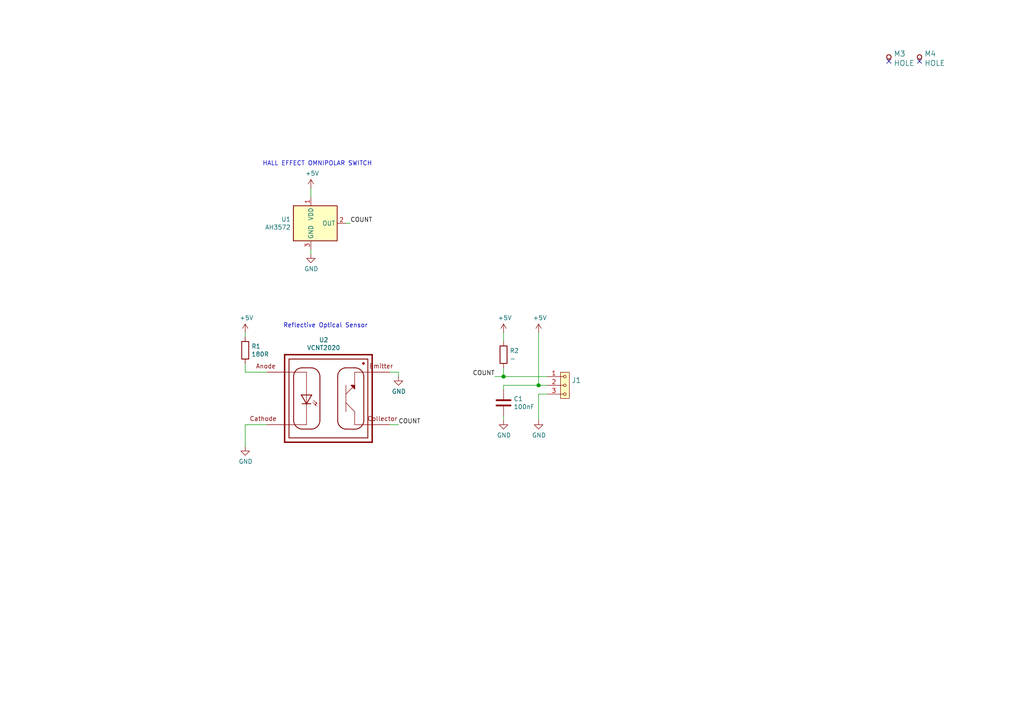
<source format=kicad_sch>
(kicad_sch (version 20201015) (generator eeschema)
  (page 1 1)
  (paper "A4")
  (lib_symbols
    (symbol "Device:C" (pin_numbers hide) (pin_names (offset 0.254))
      (property "Reference" "C" (at 0.635 2.54 0))
      (property "Value" "C" (at 0.635 -2.54 0))
      (symbol "C_0_1"
        (polyline (pts (xy -2.032 -0.762) (xy 2.032 -0.762)) (stroke (width 0.508)))
        (polyline (pts (xy -2.032 0.762) (xy 2.032 0.762)) (stroke (width 0.508)))
      )
      (symbol "C_1_1"
        (pin passive line (at 0 3.81 270) (length 2.794) (name "~") (number "1"))
        (pin passive line (at 0 -3.81 90) (length 2.794) (name "~") (number "2"))
      )
    )
    (symbol "Device:R" (pin_numbers hide) (pin_names (offset 0))
      (property "Reference" "R" (at 2.032 0 90))
      (property "Value" "R" (at 0 0 90))
      (symbol "R_0_1"
        (rectangle (start -1.016 -2.54) (end 1.016 2.54) (stroke (width 0.254)))
      )
      (symbol "R_1_1"
        (pin passive line (at 0 3.81 270) (length 1.27) (name "~") (number "1"))
        (pin passive line (at 0 -3.81 90) (length 1.27) (name "~") (number "2"))
      )
    )
    (symbol "MLAB_HEADER:HEADER_1x03" (pin_names (offset 1.016))
      (property "Reference" "J" (at 0 -5.08 0))
      (property "Value" "HEADER_1x03" (at 0 5.08 0))
      (symbol "HEADER_1x03_0_1"
        (circle (center 0 2.54) (radius 0.381))
        (circle (center 0 0) (radius 0.381))
        (circle (center 0 -2.54) (radius 0.381))
        (rectangle (start -1.27 3.81) (end 1.27 -3.81) (fill (type background)))
        (polyline (pts (xy -1.27 2.54) (xy -0.381 2.54)))
        (polyline (pts (xy -1.27 0) (xy -0.381 0)))
        (polyline (pts (xy -1.27 -2.54) (xy -0.381 -2.54)))
      )
      (symbol "HEADER_1x03_1_1"
        (pin input line (at -5.08 2.54 0) (length 3.81) (name "~") (number "1"))
        (pin input line (at -5.08 0 0) (length 3.81) (name "~") (number "2"))
        (pin input line (at -5.08 -2.54 0) (length 3.81) (name "~") (number "3"))
      )
    )
    (symbol "MLAB_IO:AH3572"
      (property "Reference" "U" (at 8.89 6.35 0))
      (property "Value" "AH3572" (at 8.89 3.81 0))
      (symbol "AH3572_0_1"
        (rectangle (start -5.08 5.08) (end 7.62 -5.08) (stroke (width 0.254)) (fill (type background)))
      )
      (symbol "AH3572_1_1"
        (pin power_in line (at 0 7.62 270) (length 2.54) (name "VDD") (number "1"))
        (pin output line (at 10.16 0 180) (length 2.54) (name "OUT") (number "2"))
        (pin power_in line (at 0 -7.62 90) (length 2.54) (name "GND") (number "3"))
      )
    )
    (symbol "MLAB_IO:VCNT2020" (pin_numbers hide) (pin_names (offset 1.016) hide)
      (property "Reference" "U" (at -12.7 13.462 0))
      (property "Value" "VCNT2020" (at -12.7 -15.24 0))
      (symbol "VCNT2020_0_0"
        (arc (start -10.2616 6.35) (end -7.6454 8.89) (radius (at -7.6962 6.3246) (length 2.5654) (angles 179 89)) (stroke (width 0.254)))
        (arc (start -5.0292 8.89) (end -2.6924 6.3246) (radius (at -5.1562 6.4262) (length 2.4638) (angles 87 -3)) (stroke (width 0.254)))
        (arc (start -2.6924 -6.3754) (end -5.2324 -8.89) (radius (at -5.207 -6.3754) (length 2.5146) (angles 0 -90)) (stroke (width 0.254)))
        (arc (start -7.6454 -8.9154) (end -10.2616 -6.35) (radius (at -7.6708 -6.3246) (length 2.5908) (angles -90 180)) (stroke (width 0.254)))
        (arc (start 2.4638 6.3754) (end 5.08 8.89) (radius (at 5.0292 6.3246) (length 2.5654) (angles 179 89)) (stroke (width 0.254)))
        (arc (start 7.62 8.89) (end 10.0838 6.4262) (radius (at 7.62 6.4262) (length 2.4638) (angles 90 0)) (stroke (width 0.254)))
        (arc (start 10.0838 -6.2738) (end 7.5438 -8.89) (radius (at 7.5184 -6.3246) (length 2.5654) (angles 1 -89)) (stroke (width 0.254)))
        (arc (start 4.9022 -8.89) (end 2.4638 -6.3246) (radius (at 4.9784 -6.3754) (length 2.5146) (angles -92 178)) (stroke (width 0.254)))
        (circle (center -10.16 10.16) (radius 0.254) (stroke (width 0.254)))
        (circle (center -10.16 10.16) (radius 0.127) (stroke (width 0.254)))
        (text "Emitter" (at -18.796 8.636 0) (effects (font (size 1.27 1.27)) (justify left bottom)))
        (text "Collector" (at -20.066 -6.604 0) (effects (font (size 1.27 1.27)) (justify left bottom)))
        (text "Cathode" (at 14.986 -6.604 0) (effects (font (size 1.27 1.27)) (justify left bottom)))
        (text "Anode" (at 15.24 8.636 0) (effects (font (size 1.27 1.27)) (justify left bottom)))
        (polyline (pts (xy -12.7 12.7) (xy 12.7 12.7)) (stroke (width 0.4064)))
        (polyline (pts (xy 12.7 12.7) (xy 12.7 7.62)) (stroke (width 0.4064)))
        (polyline (pts (xy 12.7 7.62) (xy 12.7 -7.62)) (stroke (width 0.4064)))
        (polyline (pts (xy 12.7 -7.62) (xy 12.7 -12.7)) (stroke (width 0.4064)))
        (polyline (pts (xy 12.7 -12.7) (xy -12.7 -12.7)) (stroke (width 0.4064)))
        (polyline (pts (xy -12.7 -12.7) (xy -12.7 -7.62)) (stroke (width 0.4064)))
        (polyline (pts (xy -12.7 -7.62) (xy -12.7 7.62)) (stroke (width 0.4064)))
        (polyline (pts (xy -12.7 7.62) (xy -12.7 12.7)) (stroke (width 0.4064)))
        (polyline (pts (xy -11.43 11.43) (xy -11.43 7.62)) (stroke (width 0.254)))
        (polyline (pts (xy -11.43 7.62) (xy -11.43 -7.62)) (stroke (width 0.254)))
        (polyline (pts (xy -11.43 -7.62) (xy -11.43 -11.43)) (stroke (width 0.254)))
        (polyline (pts (xy -11.43 -11.43) (xy 11.43 -11.43)) (stroke (width 0.254)))
        (polyline (pts (xy 11.43 -11.43) (xy 11.43 -7.62)) (stroke (width 0.254)))
        (polyline (pts (xy 11.43 -7.62) (xy 11.43 7.62)) (stroke (width 0.254)))
        (polyline (pts (xy 11.43 7.62) (xy 11.43 11.43)) (stroke (width 0.254)))
        (polyline (pts (xy 11.43 11.43) (xy -11.43 11.43)) (stroke (width 0.254)))
        (polyline (pts (xy 6.35 -1.524) (xy 5.08 -1.524)) (stroke (width 0.254)))
        (polyline (pts (xy 6.35 -1.524) (xy 7.62 -1.524)) (stroke (width 0.254)))
        (polyline (pts (xy 6.35 -1.524) (xy 7.874 1.016)) (stroke (width 0.254)))
        (polyline (pts (xy 7.874 1.016) (xy 4.826 1.016)) (stroke (width 0.254)))
        (polyline (pts (xy 4.826 1.016) (xy 6.35 -1.524)) (stroke (width 0.254)))
        (polyline (pts (xy 4.318 -0.508) (xy 3.302 -1.524)) (stroke (width 0.127)))
        (polyline (pts (xy 3.302 -1.524) (xy 3.4544 -1.1684)) (stroke (width 0.127)))
        (polyline (pts (xy 3.4544 -1.1684) (xy 3.683 -1.3716)) (stroke (width 0.127)))
        (polyline (pts (xy 3.683 -1.3716) (xy 3.302 -1.524)) (stroke (width 0.127)))
        (polyline (pts (xy 4.572 -1.016) (xy 3.556 -2.032)) (stroke (width 0.127)))
        (polyline (pts (xy 3.556 -2.032) (xy 3.7084 -1.6764)) (stroke (width 0.127)))
        (polyline (pts (xy 3.7084 -1.6764) (xy 3.937 -1.8796)) (stroke (width 0.127)))
        (polyline (pts (xy 3.937 -1.8796) (xy 3.556 -2.032)) (stroke (width 0.127)))
        (polyline (pts (xy -7.62 3.81) (xy -5.08 1.27)) (stroke (width 0.1524)))
        (polyline (pts (xy -5.08 1.27) (xy -5.08 3.81)) (stroke (width 0.1524)))
        (polyline (pts (xy -5.08 1.27) (xy -5.08 -1.27)) (stroke (width 0.1524)))
        (polyline (pts (xy -5.08 -3.81) (xy -5.08 -1.27)) (stroke (width 0.1524)))
        (polyline (pts (xy -5.08 -1.27) (xy -7.62 -3.81)) (stroke (width 0.1524)))
        (polyline (pts (xy -6.858 3.81) (xy -6.604 3.81)) (stroke (width 0.254)))
        (polyline (pts (xy -6.604 3.81) (xy -7.62 2.794)) (stroke (width 0.254)))
        (polyline (pts (xy -7.62 2.794) (xy -7.62 3.048)) (stroke (width 0.254)))
        (polyline (pts (xy -7.62 3.048) (xy -7.366 3.302)) (stroke (width 0.254)))
        (polyline (pts (xy -7.366 3.302) (xy -7.112 3.556)) (stroke (width 0.254)))
        (polyline (pts (xy -7.112 3.556) (xy -6.858 3.81)) (stroke (width 0.254)))
        (polyline (pts (xy -6.858 3.81) (xy -7.112 3.81)) (stroke (width 0.254)))
        (polyline (pts (xy -7.112 3.81) (xy -7.62 3.81)) (stroke (width 0.254)))
        (polyline (pts (xy -7.62 3.81) (xy -7.62 3.048)) (stroke (width 0.254)))
        (polyline (pts (xy -7.6454 8.89) (xy -5.0292 8.89)) (stroke (width 0.254)))
        (polyline (pts (xy -2.6924 6.3246) (xy -2.6924 -6.3754)) (stroke (width 0.254)))
        (polyline (pts (xy -5.2324 -8.89) (xy -7.6454 -8.9154)) (stroke (width 0.254)))
        (polyline (pts (xy -10.2616 -6.35) (xy -10.2616 6.35)) (stroke (width 0.254)))
        (polyline (pts (xy 5.08 8.89) (xy 7.62 8.89)) (stroke (width 0.254)))
        (polyline (pts (xy 10.0838 6.4262) (xy 10.0838 -6.2738)) (stroke (width 0.254)))
        (polyline (pts (xy 7.5438 -8.89) (xy 4.9022 -8.89)) (stroke (width 0.254)))
        (polyline (pts (xy 2.4638 -6.3246) (xy 2.4638 6.3754)) (stroke (width 0.254)))
        (polyline (pts (xy -12.7 7.62) (xy -11.43 7.62)) (stroke (width 0.1524)))
        (polyline (pts (xy -12.7 -7.62) (xy -11.43 -7.62)) (stroke (width 0.1524)))
        (polyline (pts (xy 11.43 -7.62) (xy 12.7 -7.62)) (stroke (width 0.1524)))
        (polyline (pts (xy 11.43 7.62) (xy 12.7 7.62)) (stroke (width 0.1524)))
        (polyline (pts (xy -11.43 7.62) (xy -7.62 7.62)) (stroke (width 0.1524)))
        (polyline (pts (xy -7.62 7.62) (xy -7.62 3.81)) (stroke (width 0.1524)))
        (polyline (pts (xy -7.112 3.81) (xy -7.366 3.81)) (stroke (width 0.1524)))
        (polyline (pts (xy -7.366 3.81) (xy -7.366 3.556)) (stroke (width 0.1524)))
        (polyline (pts (xy -7.366 3.302) (xy -7.366 3.556)) (stroke (width 0.254)))
        (polyline (pts (xy -7.366 3.556) (xy -7.112 3.556)) (stroke (width 0.254)))
        (polyline (pts (xy -11.43 -7.62) (xy -7.62 -7.62)) (stroke (width 0.1524)))
        (polyline (pts (xy -7.62 -7.62) (xy -7.62 -3.81)) (stroke (width 0.1524)))
        (polyline (pts (xy 11.43 7.62) (xy 6.35 7.62)) (stroke (width 0.1524)))
        (polyline (pts (xy 6.35 7.62) (xy 6.35 -7.62)) (stroke (width 0.1524)))
        (polyline (pts (xy 6.35 -7.62) (xy 11.43 -7.62)) (stroke (width 0.1524)))
        (pin passive line (at -17.78 7.62 0) (length 5.08) (name "~") (number "1"))
        (pin passive line (at -17.78 -7.62 0) (length 5.08) (name "~") (number "2"))
        (pin passive line (at 17.78 -7.62 180) (length 5.08) (name "~") (number "4"))
        (pin passive line (at 17.78 7.62 180) (length 5.08) (name "~") (number "3"))
      )
    )
    (symbol "MLAB_MECHANICAL:HOLE" (pin_numbers hide) (pin_names (offset 1.016) hide)
      (property "Reference" "M" (at 0 2.54 0))
      (property "Value" "HOLE" (at 0 -2.54 0))
      (symbol "HOLE_0_1"
        (circle (center 0 0) (radius 0.635) (stroke (width 0.254)))
      )
      (symbol "HOLE_1_1"
        (pin input line (at 1.27 0 180) (length 0.635) (name "~") (number "1"))
      )
    )
    (symbol "power:+5V" (power) (pin_names (offset 0))
      (property "Value" "+5V" (at 0 3.556 0))
      (symbol "+5V_0_1"
        (polyline (pts (xy -0.762 1.27) (xy 0 2.54)))
        (polyline (pts (xy 0 0) (xy 0 2.54)))
        (polyline (pts (xy 0 2.54) (xy 0.762 1.27)))
      )
      (symbol "+5V_1_1"
        (pin power_in line (at 0 0 90) (length 0) hide (name "+5V") (number "1"))
      )
    )
    (symbol "power:GND" (power) (pin_names (offset 0))
      (property "Value" "GND" (at 0 -3.81 0))
      (symbol "GND_0_1"
        (polyline (pts (xy 0 0) (xy 0 -1.27) (xy 1.27 -1.27) (xy 0 -2.54) (xy -1.27 -1.27) (xy 0 -1.27)))
      )
      (symbol "GND_1_1"
        (pin power_in line (at 0 0 270) (length 0) hide (name "GND") (number "1"))
      )
    )
  )
  (junction (at 146.05 109.22) (diameter 1.016))
  (junction (at 156.21 111.76) (diameter 1.016))
  (no_connect (at 257.81 17.78))
  (no_connect (at 266.7 17.78))
  (wire (pts (xy 71.12 96.52) (xy 71.12 97.79)))
  (wire (pts (xy 71.12 105.41) (xy 71.12 107.95)))
  (wire (pts (xy 71.12 107.95) (xy 77.47 107.95)))
  (wire (pts (xy 71.12 123.19) (xy 71.12 129.54)))
  (wire (pts (xy 77.47 123.19) (xy 71.12 123.19)))
  (wire (pts (xy 90.17 54.61) (xy 90.17 57.15)))
  (wire (pts (xy 90.17 72.39) (xy 90.17 73.66)))
  (wire (pts (xy 100.33 64.77) (xy 101.6 64.77)))
  (wire (pts (xy 113.03 107.95) (xy 115.57 107.95)))
  (wire (pts (xy 113.03 123.19) (xy 115.57 123.19)))
  (wire (pts (xy 115.57 107.95) (xy 115.57 109.22)))
  (wire (pts (xy 143.51 109.22) (xy 146.05 109.22)))
  (wire (pts (xy 146.05 96.52) (xy 146.05 99.06)))
  (wire (pts (xy 146.05 106.68) (xy 146.05 109.22)))
  (wire (pts (xy 146.05 109.22) (xy 158.75 109.22)))
  (wire (pts (xy 146.05 111.76) (xy 146.05 113.03)))
  (wire (pts (xy 146.05 120.65) (xy 146.05 121.92)))
  (wire (pts (xy 156.21 96.52) (xy 156.21 111.76)))
  (wire (pts (xy 156.21 111.76) (xy 146.05 111.76)))
  (wire (pts (xy 156.21 111.76) (xy 158.75 111.76)))
  (wire (pts (xy 156.21 114.3) (xy 156.21 121.92)))
  (wire (pts (xy 158.75 114.3) (xy 156.21 114.3)))
  (text "Reflective Optical Sensor" (at 106.68 95.25 180) (effects (font (size 1.27 1.27)) (justify right bottom)))
  (text "HALL EFFECT OMNIPOLAR SWITCH" (at 107.95 48.26 180) (effects (font (size 1.27 1.27)) (justify right bottom)))
  (label "COUNT" (at 101.6 64.77 0))
  (label "COUNT" (at 115.57 123.19 0))
  (label "COUNT" (at 143.51 109.22 180))
  (symbol (lib_id "MLAB_MECHANICAL:HOLE") (at 257.81 16.51 270) (unit 1)
    (property "Reference" "M3" (at 259.2071 15.6007 90) (effects (font (size 1.524 1.524)) (justify left)))
    (property "Value" "HOLE" (at 259.2071 18.3083 90) (effects (font (size 1.524 1.524)) (justify left)))
    (property "Footprint" "Mlab_Mechanical:dira_3mm" (effects hide))
  )
  (symbol (lib_id "MLAB_MECHANICAL:HOLE") (at 266.7 16.51 270) (unit 1)
    (property "Reference" "M4" (at 268.0971 15.6007 90) (effects (font (size 1.524 1.524)) (justify left)))
    (property "Value" "HOLE" (at 268.0971 18.3083 90) (effects (font (size 1.524 1.524)) (justify left)))
    (property "Footprint" "Mlab_Mechanical:dira_3mm" (effects hide))
  )
  (symbol (lib_id "power:+5V") (at 71.12 96.52 0) (unit 1)
    (property "Reference" "#PWR01" (effects hide))
    (property "Value" "+5V" (at 71.4883 92.1956 0))
  )
  (symbol (lib_id "power:+5V") (at 90.17 54.61 0) (unit 1)
    (property "Reference" "#PWR03" (effects hide))
    (property "Value" "+5V" (at 90.5383 50.2856 0))
  )
  (symbol (lib_id "power:+5V") (at 146.05 96.52 0) (unit 1)
    (property "Reference" "#PWR06" (effects hide))
    (property "Value" "+5V" (at 146.4183 92.1956 0))
  )
  (symbol (lib_id "power:+5V") (at 156.21 96.52 0) (unit 1)
    (property "Reference" "#PWR08" (effects hide))
    (property "Value" "+5V" (at 156.5783 92.1956 0))
  )
  (symbol (lib_id "power:GND") (at 71.12 129.54 0) (unit 1)
    (property "Reference" "#PWR02" (effects hide))
    (property "Value" "GND" (at 71.2343 133.8644 0))
  )
  (symbol (lib_id "power:GND") (at 90.17 73.66 0) (unit 1)
    (property "Reference" "#PWR04" (effects hide))
    (property "Value" "GND" (at 90.2843 77.9844 0))
  )
  (symbol (lib_id "power:GND") (at 115.57 109.22 0) (unit 1)
    (property "Reference" "#PWR05" (effects hide))
    (property "Value" "GND" (at 115.6843 113.5444 0))
  )
  (symbol (lib_id "power:GND") (at 146.05 121.92 0) (unit 1)
    (property "Reference" "#PWR07" (effects hide))
    (property "Value" "GND" (at 146.1643 126.2444 0))
  )
  (symbol (lib_id "power:GND") (at 156.21 121.92 0) (unit 1)
    (property "Reference" "#PWR09" (effects hide))
    (property "Value" "GND" (at 156.3243 126.2444 0))
  )
  (symbol (lib_id "Device:R") (at 71.12 101.6 0) (unit 1)
    (property "Reference" "R1" (at 72.8981 100.4506 0) (effects (justify left)))
    (property "Value" "180R" (at 72.898 102.749 0) (effects (justify left)))
    (property "Footprint" "Mlab_R:SMD-0603" (effects hide))
  )
  (symbol (lib_id "Device:R") (at 146.05 102.87 0) (unit 1)
    (property "Reference" "R2" (at 147.8281 101.7206 0) (effects (justify left)))
    (property "Value" "-" (at 147.828 104.019 0) (effects (justify left)))
    (property "Footprint" "Mlab_R:SMD-0805" (effects hide))
  )
  (symbol (lib_id "Device:C") (at 146.05 116.84 0) (unit 1)
    (property "Reference" "C1" (at 148.9711 115.6906 0) (effects (justify left)))
    (property "Value" "100nF" (at 148.971 117.989 0) (effects (justify left)))
    (property "Footprint" "Mlab_R:SMD-0603" (effects hide))
  )
  (symbol (lib_id "MLAB_HEADER:HEADER_1x03") (at 163.83 111.76 0) (unit 1)
    (property "Reference" "J1" (at 165.7351 110.2919 0) (effects (font (size 1.524 1.524)) (justify left)))
    (property "Value" "HEADER_1x03" (effects hide))
    (property "Footprint" "Mlab_Pin_Headers:Straight_1x03" (effects hide))
  )
  (symbol (lib_id "MLAB_IO:AH3572") (at 90.17 64.77 0) (unit 1)
    (property "Reference" "U1" (at 84.328 63.6206 0) (effects (justify right)))
    (property "Value" "AH3572" (at 84.328 65.9193 0) (effects (justify right)))
    (property "Footprint" "Package_TO_SOT_SMD:SOT-23" (effects hide))
    (property "Datasheet" "https://cz.mouser.com/datasheet/2/115/AH3572-1483253.pdf" (effects hide))
  )
  (symbol (lib_id "MLAB_IO:VCNT2020") (at 95.25 115.57 0) (mirror y) (unit 1)
    (property "Reference" "U2" (at 93.8704 98.5836 0))
    (property "Value" "VCNT2020" (at 93.8704 100.8823 0))
    (property "Footprint" "Mlab_IO:XDCR_VCNT2020" (effects hide))
    (property "Datasheet" "https://www.vishay.com/docs/84285/vcnt2020.pdf" (effects hide))
    (property "Field4" "Vishay" (effects hide))
    (property "Field5" "Manufacturer Recommendation" (effects hide))
  )
)
</source>
